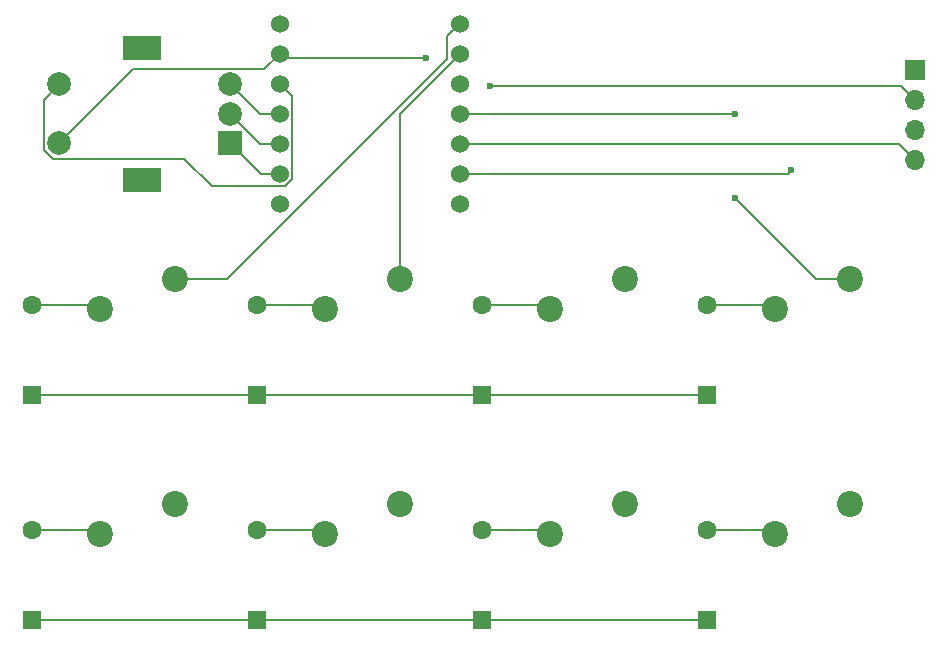
<source format=gtl>
G04 #@! TF.GenerationSoftware,KiCad,Pcbnew,9.0.2*
G04 #@! TF.CreationDate,2025-06-09T08:41:51+05:30*
G04 #@! TF.ProjectId,DevBuddy,44657642-7564-4647-992e-6b696361645f,rev?*
G04 #@! TF.SameCoordinates,Original*
G04 #@! TF.FileFunction,Copper,L1,Top*
G04 #@! TF.FilePolarity,Positive*
%FSLAX46Y46*%
G04 Gerber Fmt 4.6, Leading zero omitted, Abs format (unit mm)*
G04 Created by KiCad (PCBNEW 9.0.2) date 2025-06-09 08:41:51*
%MOMM*%
%LPD*%
G01*
G04 APERTURE LIST*
G04 Aperture macros list*
%AMRoundRect*
0 Rectangle with rounded corners*
0 $1 Rounding radius*
0 $2 $3 $4 $5 $6 $7 $8 $9 X,Y pos of 4 corners*
0 Add a 4 corners polygon primitive as box body*
4,1,4,$2,$3,$4,$5,$6,$7,$8,$9,$2,$3,0*
0 Add four circle primitives for the rounded corners*
1,1,$1+$1,$2,$3*
1,1,$1+$1,$4,$5*
1,1,$1+$1,$6,$7*
1,1,$1+$1,$8,$9*
0 Add four rect primitives between the rounded corners*
20,1,$1+$1,$2,$3,$4,$5,0*
20,1,$1+$1,$4,$5,$6,$7,0*
20,1,$1+$1,$6,$7,$8,$9,0*
20,1,$1+$1,$8,$9,$2,$3,0*%
G04 Aperture macros list end*
G04 #@! TA.AperFunction,ComponentPad*
%ADD10C,1.524000*%
G04 #@! TD*
G04 #@! TA.AperFunction,ComponentPad*
%ADD11R,1.700000X1.700000*%
G04 #@! TD*
G04 #@! TA.AperFunction,ComponentPad*
%ADD12O,1.700000X1.700000*%
G04 #@! TD*
G04 #@! TA.AperFunction,ComponentPad*
%ADD13C,2.000000*%
G04 #@! TD*
G04 #@! TA.AperFunction,ComponentPad*
%ADD14R,3.200000X2.000000*%
G04 #@! TD*
G04 #@! TA.AperFunction,ComponentPad*
%ADD15R,2.000000X2.000000*%
G04 #@! TD*
G04 #@! TA.AperFunction,ComponentPad*
%ADD16C,2.200000*%
G04 #@! TD*
G04 #@! TA.AperFunction,ComponentPad*
%ADD17C,1.600000*%
G04 #@! TD*
G04 #@! TA.AperFunction,ComponentPad*
%ADD18RoundRect,0.250000X0.550000X-0.550000X0.550000X0.550000X-0.550000X0.550000X-0.550000X-0.550000X0*%
G04 #@! TD*
G04 #@! TA.AperFunction,ViaPad*
%ADD19C,0.600000*%
G04 #@! TD*
G04 #@! TA.AperFunction,Conductor*
%ADD20C,0.200000*%
G04 #@! TD*
G04 APERTURE END LIST*
D10*
G04 #@! TO.P,U1,1,GPIO26/ADC0/A0*
G04 #@! TO.N,Column 0*
X129063750Y-80486250D03*
G04 #@! TO.P,U1,2,GPIO27/ADC1/A1*
G04 #@! TO.N,Column 1*
X129063750Y-83026250D03*
G04 #@! TO.P,U1,3,GPIO28/ADC2/A2*
G04 #@! TO.N,Column 2*
X129063750Y-85566250D03*
G04 #@! TO.P,U1,4,GPIO29/ADC3/A3*
G04 #@! TO.N,Column 3*
X129063750Y-88106250D03*
G04 #@! TO.P,U1,5,GPIO6/SDA*
G04 #@! TO.N,Net-(J1-SDA)*
X129063750Y-90646250D03*
G04 #@! TO.P,U1,6,GPIO7/SCL*
G04 #@! TO.N,Net-(J1-SCL)*
X129063750Y-93186250D03*
G04 #@! TO.P,U1,7,GPIO0/TX*
G04 #@! TO.N,Row 0*
X129063750Y-95726250D03*
G04 #@! TO.P,U1,8,GPIO1/RX*
G04 #@! TO.N,Row 1*
X113823750Y-95726250D03*
G04 #@! TO.P,U1,9,GPIO2/SCK*
G04 #@! TO.N,Net-(U1-GPIO2{slash}SCK)*
X113823750Y-93186250D03*
G04 #@! TO.P,U1,10,GPIO4/MISO*
G04 #@! TO.N,Net-(U1-GPIO4{slash}MISO)*
X113823750Y-90646250D03*
G04 #@! TO.P,U1,11,GPIO3/MOSI*
G04 #@! TO.N,Net-(U1-GPIO3{slash}MOSI)*
X113823750Y-88106250D03*
G04 #@! TO.P,U1,12,3V3*
G04 #@! TO.N,Net-(J1-VCC)*
X113823750Y-85566250D03*
G04 #@! TO.P,U1,13,GND*
G04 #@! TO.N,GND*
X113823750Y-83026250D03*
G04 #@! TO.P,U1,14,VBUS*
G04 #@! TO.N,+5V*
X113823750Y-80486250D03*
G04 #@! TD*
D11*
G04 #@! TO.P,J1,1,GND*
G04 #@! TO.N,GND*
X167633750Y-84411250D03*
D12*
G04 #@! TO.P,J1,2,VCC*
G04 #@! TO.N,Net-(J1-VCC)*
X167633750Y-86951250D03*
G04 #@! TO.P,J1,3,SCL*
G04 #@! TO.N,Net-(J1-SCL)*
X167633750Y-89491250D03*
G04 #@! TO.P,J1,4,SDA*
G04 #@! TO.N,Net-(J1-SDA)*
X167633750Y-92031250D03*
G04 #@! TD*
D13*
G04 #@! TO.P,SW15,S1,S1*
G04 #@! TO.N,Net-(J1-VCC)*
X95143750Y-85606250D03*
G04 #@! TO.P,SW15,S2,S2*
G04 #@! TO.N,GND*
X95143750Y-90606250D03*
D14*
G04 #@! TO.P,SW15,MP*
G04 #@! TO.N,N/C*
X102143750Y-82506250D03*
X102143750Y-93706250D03*
D13*
G04 #@! TO.P,SW15,B,B*
G04 #@! TO.N,Net-(U1-GPIO3{slash}MOSI)*
X109643750Y-85606250D03*
G04 #@! TO.P,SW15,C,C*
G04 #@! TO.N,Net-(U1-GPIO4{slash}MISO)*
X109643750Y-88106250D03*
D15*
G04 #@! TO.P,SW15,A,A*
G04 #@! TO.N,Net-(U1-GPIO2{slash}SCK)*
X109643750Y-90606250D03*
G04 #@! TD*
D16*
G04 #@! TO.P,SW7,2,2*
G04 #@! TO.N,Net-(D7-A)*
X136683750Y-123666250D03*
G04 #@! TO.P,SW7,1,1*
G04 #@! TO.N,Column 2*
X143033750Y-121126250D03*
G04 #@! TD*
D17*
G04 #@! TO.P,D5,2,A*
G04 #@! TO.N,Net-(D5-A)*
X92868750Y-123348750D03*
D18*
G04 #@! TO.P,D5,1,K*
G04 #@! TO.N,Row 1*
X92868750Y-130968750D03*
G04 #@! TD*
D17*
G04 #@! TO.P,D6,2,A*
G04 #@! TO.N,Net-(D6-A)*
X111918750Y-123348750D03*
D18*
G04 #@! TO.P,D6,1,K*
G04 #@! TO.N,Row 1*
X111918750Y-130968750D03*
G04 #@! TD*
D17*
G04 #@! TO.P,D4,2,A*
G04 #@! TO.N,Net-(D4-A)*
X150018750Y-104298750D03*
D18*
G04 #@! TO.P,D4,1,K*
G04 #@! TO.N,Row 0*
X150018750Y-111918750D03*
G04 #@! TD*
D17*
G04 #@! TO.P,D8,2,A*
G04 #@! TO.N,Net-(D8-A)*
X150018750Y-123348750D03*
D18*
G04 #@! TO.P,D8,1,K*
G04 #@! TO.N,Row 1*
X150018750Y-130968750D03*
G04 #@! TD*
D17*
G04 #@! TO.P,D7,2,A*
G04 #@! TO.N,Net-(D7-A)*
X130968750Y-123348750D03*
D18*
G04 #@! TO.P,D7,1,K*
G04 #@! TO.N,Row 1*
X130968750Y-130968750D03*
G04 #@! TD*
D16*
G04 #@! TO.P,SW1,2,2*
G04 #@! TO.N,Net-(D1-A)*
X98583750Y-104616250D03*
G04 #@! TO.P,SW1,1,1*
G04 #@! TO.N,Column 0*
X104933750Y-102076250D03*
G04 #@! TD*
G04 #@! TO.P,SW8,1,1*
G04 #@! TO.N,Column 3*
X162083750Y-121126250D03*
G04 #@! TO.P,SW8,2,2*
G04 #@! TO.N,Net-(D8-A)*
X155733750Y-123666250D03*
G04 #@! TD*
G04 #@! TO.P,SW6,1,1*
G04 #@! TO.N,Column 1*
X123983750Y-121126250D03*
G04 #@! TO.P,SW6,2,2*
G04 #@! TO.N,Net-(D6-A)*
X117633750Y-123666250D03*
G04 #@! TD*
G04 #@! TO.P,SW5,1,1*
G04 #@! TO.N,Column 0*
X104933750Y-121126250D03*
G04 #@! TO.P,SW5,2,2*
G04 #@! TO.N,Net-(D5-A)*
X98583750Y-123666250D03*
G04 #@! TD*
G04 #@! TO.P,SW4,1,1*
G04 #@! TO.N,Column 3*
X162083750Y-102076250D03*
G04 #@! TO.P,SW4,2,2*
G04 #@! TO.N,Net-(D4-A)*
X155733750Y-104616250D03*
G04 #@! TD*
G04 #@! TO.P,SW3,1,1*
G04 #@! TO.N,Column 2*
X143033750Y-102076250D03*
G04 #@! TO.P,SW3,2,2*
G04 #@! TO.N,Net-(D3-A)*
X136683750Y-104616250D03*
G04 #@! TD*
G04 #@! TO.P,SW2,1,1*
G04 #@! TO.N,Column 1*
X123983750Y-102076250D03*
G04 #@! TO.P,SW2,2,2*
G04 #@! TO.N,Net-(D2-A)*
X117633750Y-104616250D03*
G04 #@! TD*
D18*
G04 #@! TO.P,D3,1,K*
G04 #@! TO.N,Row 0*
X130968750Y-111918750D03*
D17*
G04 #@! TO.P,D3,2,A*
G04 #@! TO.N,Net-(D3-A)*
X130968750Y-104298750D03*
G04 #@! TD*
D18*
G04 #@! TO.P,D2,1,K*
G04 #@! TO.N,Row 0*
X111918750Y-111918750D03*
D17*
G04 #@! TO.P,D2,2,A*
G04 #@! TO.N,Net-(D2-A)*
X111918750Y-104298750D03*
G04 #@! TD*
D18*
G04 #@! TO.P,D1,1,K*
G04 #@! TO.N,Row 0*
X92868750Y-111918750D03*
D17*
G04 #@! TO.P,D1,2,A*
G04 #@! TO.N,Net-(D1-A)*
X92868750Y-104298750D03*
G04 #@! TD*
D19*
G04 #@! TO.N,Column 3*
X152400000Y-88106250D03*
X152400000Y-95250000D03*
G04 #@! TO.N,Net-(J1-SCL)*
X157162500Y-92868750D03*
G04 #@! TO.N,Net-(J1-VCC)*
X131614750Y-85725000D03*
G04 #@! TO.N,GND*
X126206250Y-83343750D03*
G04 #@! TD*
D20*
G04 #@! TO.N,Net-(J1-SDA)*
X166248750Y-90646250D02*
X129063750Y-90646250D01*
X167633750Y-92031250D02*
X166248750Y-90646250D01*
G04 #@! TO.N,Net-(U1-GPIO2{slash}SCK)*
X113823750Y-93186250D02*
X112223750Y-93186250D01*
X112223750Y-93186250D02*
X109643750Y-90606250D01*
G04 #@! TO.N,Net-(U1-GPIO3{slash}MOSI)*
X113823750Y-88106250D02*
X112143750Y-88106250D01*
X112143750Y-88106250D02*
X109643750Y-85606250D01*
G04 #@! TO.N,Net-(U1-GPIO4{slash}MISO)*
X113823750Y-90646250D02*
X112183750Y-90646250D01*
X112183750Y-90646250D02*
X109643750Y-88106250D01*
G04 #@! TO.N,Column 3*
X162083750Y-102076250D02*
X159226250Y-102076250D01*
X159226250Y-102076250D02*
X152400000Y-95250000D01*
X152400000Y-88106250D02*
X129063750Y-88106250D01*
G04 #@! TO.N,Net-(J1-SCL)*
X156845000Y-93186250D02*
X157162500Y-92868750D01*
X129063750Y-93186250D02*
X156845000Y-93186250D01*
G04 #@! TO.N,Net-(J1-VCC)*
X167633750Y-86951250D02*
X166407500Y-85725000D01*
X166407500Y-85725000D02*
X131614750Y-85725000D01*
X95143750Y-85606250D02*
X93842750Y-86907250D01*
X93842750Y-91145142D02*
X94604858Y-91907250D01*
X93842750Y-86907250D02*
X93842750Y-91145142D01*
X108078500Y-94249250D02*
X114264060Y-94249250D01*
X94604858Y-91907250D02*
X105736500Y-91907250D01*
X105736500Y-91907250D02*
X108078500Y-94249250D01*
X114886750Y-93626560D02*
X114886750Y-86629250D01*
X114264060Y-94249250D02*
X114886750Y-93626560D01*
X114886750Y-86629250D02*
X113823750Y-85566250D01*
G04 #@! TO.N,GND*
X114141250Y-83343750D02*
X126206250Y-83343750D01*
X113823750Y-83026250D02*
X114141250Y-83343750D01*
G04 #@! TO.N,Column 1*
X123983750Y-102076250D02*
X123983750Y-88106250D01*
X123983750Y-88106250D02*
X129063750Y-83026250D01*
G04 #@! TO.N,Column 0*
X104933750Y-102076250D02*
X109391060Y-102076250D01*
X128000750Y-83466560D02*
X128000750Y-81549250D01*
X109391060Y-102076250D02*
X128000750Y-83466560D01*
X128000750Y-81549250D02*
X129063750Y-80486250D01*
G04 #@! TO.N,GND*
X95143750Y-90606250D02*
X101444750Y-84305250D01*
X101444750Y-84305250D02*
X112544750Y-84305250D01*
X112544750Y-84305250D02*
X113823750Y-83026250D01*
G04 #@! TO.N,Row 1*
X92868750Y-130968750D02*
X150018750Y-130968750D01*
G04 #@! TO.N,Row 0*
X92868750Y-111918750D02*
X150018750Y-111918750D01*
G04 #@! TO.N,Net-(D8-A)*
X150018750Y-123348750D02*
X155416250Y-123348750D01*
X155416250Y-123348750D02*
X155733750Y-123666250D01*
G04 #@! TO.N,Net-(D7-A)*
X130968750Y-123348750D02*
X136366250Y-123348750D01*
X136366250Y-123348750D02*
X136683750Y-123666250D01*
G04 #@! TO.N,Net-(D6-A)*
X111918750Y-123348750D02*
X117316250Y-123348750D01*
X117316250Y-123348750D02*
X117633750Y-123666250D01*
G04 #@! TO.N,Net-(D5-A)*
X92868750Y-123348750D02*
X98266250Y-123348750D01*
X98266250Y-123348750D02*
X98583750Y-123666250D01*
G04 #@! TO.N,Net-(D4-A)*
X150018750Y-104298750D02*
X155416250Y-104298750D01*
X155416250Y-104298750D02*
X155733750Y-104616250D01*
G04 #@! TO.N,Net-(D3-A)*
X130968750Y-104298750D02*
X136366250Y-104298750D01*
X136366250Y-104298750D02*
X136683750Y-104616250D01*
G04 #@! TO.N,Net-(D2-A)*
X111918750Y-104298750D02*
X117316250Y-104298750D01*
X117316250Y-104298750D02*
X117633750Y-104616250D01*
G04 #@! TO.N,Net-(D1-A)*
X92868750Y-104298750D02*
X98266250Y-104298750D01*
X98266250Y-104298750D02*
X98583750Y-104616250D01*
G04 #@! TD*
M02*

</source>
